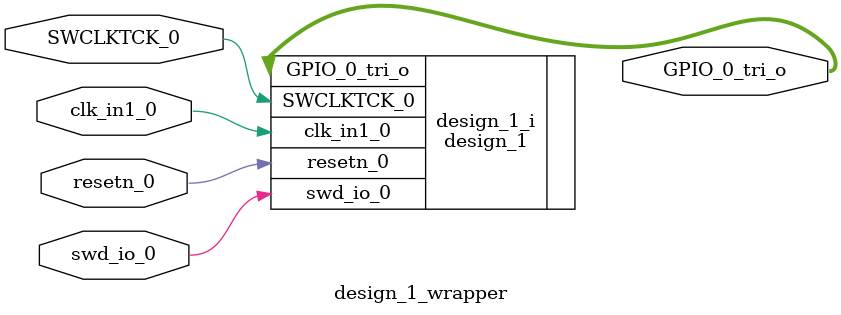
<source format=v>
`timescale 1 ps / 1 ps

module design_1_wrapper
   (GPIO_0_tri_o,
    SWCLKTCK_0,
    clk_in1_0,
    resetn_0,
    swd_io_0);
  output [15:0]GPIO_0_tri_o;
  input SWCLKTCK_0;
  input clk_in1_0;
  input resetn_0;
  inout swd_io_0;

  wire [15:0]GPIO_0_tri_o;
  wire SWCLKTCK_0;
  wire clk_in1_0;
  wire resetn_0;
  wire swd_io_0;

  design_1 design_1_i
       (.GPIO_0_tri_o(GPIO_0_tri_o),
        .SWCLKTCK_0(SWCLKTCK_0),
        .clk_in1_0(clk_in1_0),
        .resetn_0(resetn_0),
        .swd_io_0(swd_io_0));
endmodule

</source>
